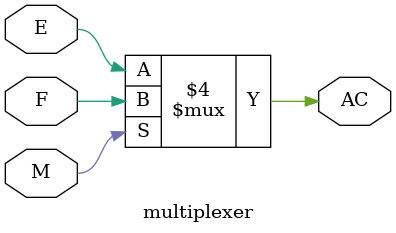
<source format=v>



// Generated by Quartus Prime Version 20.1 (Build Build 711 06/05/2020)
// Created on Tue Sep 22 20:40:27 2020

//  Module Declaration
module multiplexer
(
// {{ALTERA_ARGS_BEGIN}} DO NOT REMOVE THIS LINE!
E, F, M, AC
// {{ALTERA_ARGS_END}} DO NOT REMOVE THIS LINE!
);
// Port Declaration

// {{ALTERA_IO_BEGIN}} DO NOT REMOVE THIS LINE!
input E;
input F;
input M;
output AC;
// {{ALTERA_IO_END}} DO NOT REMOVE THIS LINE!

reg AC;

	always @(E or F or M)
	begin
		if (M == 0)
			AC = E;
		else 
			AC = F;
	end

endmodule

</source>
